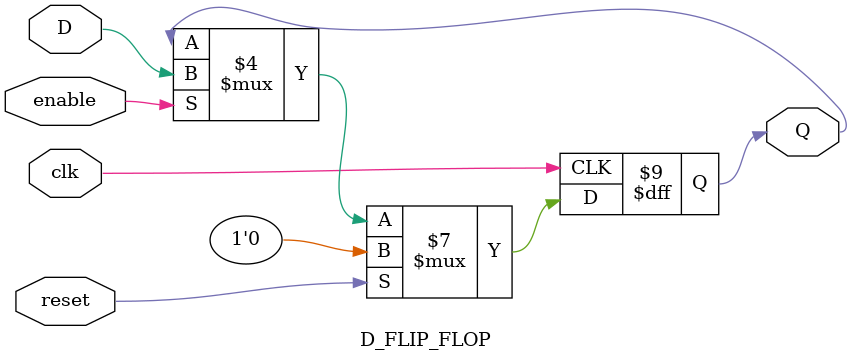
<source format=v>
module D_FLIP_FLOP (input D, enable, clk, reset, output reg Q);
    
    always @(posedge clk) 
    begin
        if (reset==1'b1) begin
            Q <= 1'b0; 
        end else if (enable==1'b1) begin
            Q <= D;
        end else begin
            // keep previous value
        end
    end 
    
endmodule
</source>
